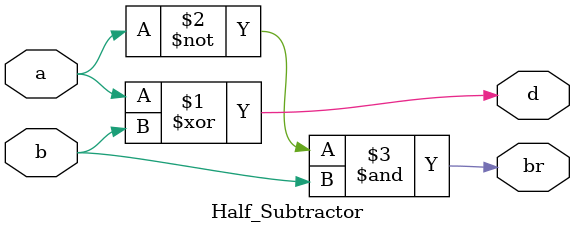
<source format=v>
`timescale 1ns / 1ps

module Half_Subtractor(
input a,b,
output d,br
    );
    
    assign d=a^b;
    assign br=(~a)&b;
    
endmodule

</source>
